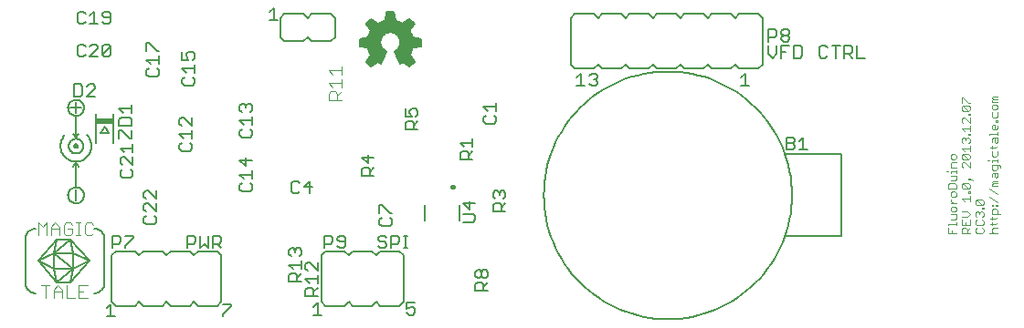
<source format=gto>
G75*
G70*
%OFA0B0*%
%FSLAX24Y24*%
%IPPOS*%
%LPD*%
%AMOC8*
5,1,8,0,0,1.08239X$1,22.5*
%
%ADD10C,0.0060*%
%ADD11C,0.0050*%
%ADD12C,0.0040*%
%ADD13C,0.0030*%
%ADD14C,0.0080*%
%ADD15C,0.0160*%
%ADD16R,0.0630X0.0197*%
D10*
X003935Y001559D02*
X003935Y003147D01*
X003934Y003147D02*
X003936Y003186D01*
X003942Y003224D01*
X003951Y003261D01*
X003964Y003298D01*
X003981Y003333D01*
X004000Y003366D01*
X004023Y003397D01*
X004049Y003426D01*
X004078Y003452D01*
X004109Y003475D01*
X004142Y003494D01*
X004177Y003511D01*
X004214Y003524D01*
X004251Y003533D01*
X004289Y003539D01*
X004328Y003541D01*
X005092Y003136D02*
X004994Y002644D01*
X005683Y002053D01*
X005092Y001561D01*
X004994Y002053D01*
X004994Y002644D01*
X005584Y003136D01*
X005683Y002644D01*
X005683Y002053D01*
X005584Y001561D01*
X005092Y001561D01*
X004403Y002348D01*
X004994Y002053D01*
X005683Y002053D01*
X006273Y002348D01*
X005683Y002644D01*
X004994Y002644D01*
X004403Y002348D01*
X005092Y003136D01*
X005584Y003136D01*
X006273Y002348D01*
X005584Y001561D01*
X006435Y001165D02*
X006474Y001167D01*
X006512Y001173D01*
X006549Y001182D01*
X006586Y001195D01*
X006621Y001212D01*
X006654Y001231D01*
X006685Y001254D01*
X006714Y001280D01*
X006740Y001309D01*
X006763Y001340D01*
X006782Y001373D01*
X006799Y001408D01*
X006812Y001445D01*
X006821Y001482D01*
X006827Y001520D01*
X006829Y001559D01*
X006829Y003147D01*
X006827Y003186D01*
X006821Y003224D01*
X006812Y003261D01*
X006799Y003298D01*
X006782Y003333D01*
X006763Y003366D01*
X006740Y003397D01*
X006714Y003426D01*
X006685Y003452D01*
X006654Y003475D01*
X006621Y003494D01*
X006586Y003511D01*
X006549Y003524D01*
X006512Y003533D01*
X006474Y003539D01*
X006435Y003541D01*
X007237Y002700D02*
X007937Y002700D01*
X008087Y002550D01*
X008237Y002700D01*
X008937Y002700D01*
X009087Y002550D01*
X009237Y002700D01*
X009937Y002700D01*
X010087Y002550D01*
X010237Y002700D01*
X010937Y002700D01*
X011087Y002550D01*
X011087Y000850D01*
X010937Y000700D01*
X010237Y000700D01*
X010087Y000850D01*
X009937Y000700D01*
X009237Y000700D01*
X009087Y000850D01*
X008937Y000700D01*
X008237Y000700D01*
X008087Y000850D01*
X007937Y000700D01*
X007237Y000700D01*
X007087Y000850D01*
X007087Y002550D01*
X007237Y002700D01*
X004328Y001165D02*
X004289Y001167D01*
X004251Y001173D01*
X004214Y001182D01*
X004177Y001195D01*
X004142Y001212D01*
X004109Y001231D01*
X004078Y001254D01*
X004049Y001280D01*
X004023Y001309D01*
X004000Y001340D01*
X003981Y001373D01*
X003964Y001408D01*
X003951Y001445D01*
X003942Y001482D01*
X003936Y001520D01*
X003934Y001559D01*
X014737Y000850D02*
X014887Y000700D01*
X015587Y000700D01*
X015737Y000850D01*
X015887Y000700D01*
X016587Y000700D01*
X016737Y000850D01*
X016887Y000700D01*
X017587Y000700D01*
X017737Y000850D01*
X017737Y002550D01*
X017587Y002700D01*
X016887Y002700D01*
X016737Y002550D01*
X016587Y002700D01*
X015887Y002700D01*
X015737Y002550D01*
X015587Y002700D01*
X014887Y002700D01*
X014737Y002550D01*
X014737Y000850D01*
X023837Y009530D02*
X023987Y009380D01*
X024687Y009380D01*
X024837Y009530D01*
X024987Y009380D01*
X025687Y009380D01*
X025837Y009530D01*
X025987Y009380D01*
X026687Y009380D01*
X026837Y009530D01*
X026987Y009380D01*
X027687Y009380D01*
X027837Y009530D01*
X027987Y009380D01*
X028687Y009380D01*
X028837Y009530D01*
X028987Y009380D01*
X029687Y009380D01*
X029837Y009530D01*
X029987Y009380D01*
X030687Y009380D01*
X030837Y009530D01*
X030837Y011230D01*
X030687Y011380D01*
X029987Y011380D01*
X029837Y011230D01*
X029687Y011380D01*
X028987Y011380D01*
X028837Y011230D01*
X028687Y011380D01*
X027987Y011380D01*
X027837Y011230D01*
X027687Y011380D01*
X026987Y011380D01*
X026837Y011230D01*
X026687Y011380D01*
X025987Y011380D01*
X025837Y011230D01*
X025687Y011380D01*
X024987Y011380D01*
X024837Y011230D01*
X024687Y011380D01*
X023987Y011380D01*
X023837Y011230D01*
X023837Y009530D01*
X018367Y010200D02*
X018067Y010150D01*
X018022Y010145D02*
X017582Y010145D01*
X017637Y010200D02*
X017437Y010000D01*
X017637Y009600D01*
X017737Y009650D01*
X017937Y009500D01*
X018087Y009650D01*
X017937Y009850D01*
X018037Y010200D01*
X018337Y010200D01*
X018337Y010450D01*
X018037Y010500D01*
X017937Y010750D01*
X018087Y011050D01*
X017937Y011150D01*
X017687Y011000D01*
X017387Y011100D01*
X017387Y011400D01*
X017137Y011400D01*
X017087Y011150D01*
X017137Y011150D01*
X016837Y011000D01*
X016537Y011150D01*
X016387Y011000D01*
X016587Y010800D01*
X016487Y010500D01*
X016187Y010450D01*
X016187Y010200D01*
X016187Y010250D01*
X016487Y010150D01*
X016587Y009900D01*
X016437Y009650D01*
X016587Y009500D01*
X016787Y009650D01*
X016887Y009600D01*
X017037Y010000D01*
X016937Y010100D01*
X016837Y010400D01*
X016987Y010650D01*
X016937Y010650D01*
X017237Y010750D01*
X017487Y010700D01*
X017637Y010450D01*
X017637Y010200D01*
X017637Y010204D02*
X018337Y010204D01*
X018367Y010200D02*
X018367Y010460D01*
X018067Y010520D01*
X018061Y010496D02*
X017610Y010496D01*
X017637Y010438D02*
X018337Y010438D01*
X018337Y010379D02*
X017637Y010379D01*
X017637Y010321D02*
X018337Y010321D01*
X018337Y010262D02*
X017637Y010262D01*
X018066Y010520D02*
X018051Y010572D01*
X018032Y010623D01*
X018010Y010673D01*
X017985Y010721D01*
X017956Y010768D01*
X017957Y010770D02*
X018137Y011030D01*
X017947Y011210D01*
X017687Y011030D01*
X017725Y011023D02*
X018074Y011023D01*
X018044Y010964D02*
X016423Y010964D01*
X016410Y011023D02*
X016792Y011023D01*
X016817Y011030D02*
X016557Y011210D01*
X016367Y011030D01*
X016547Y010770D01*
X016584Y010789D02*
X017957Y010789D01*
X017945Y010730D02*
X017337Y010730D01*
X017178Y010730D02*
X016564Y010730D01*
X016545Y010672D02*
X017002Y010672D01*
X016965Y010613D02*
X016525Y010613D01*
X016506Y010555D02*
X016930Y010555D01*
X016895Y010496D02*
X016464Y010496D01*
X016437Y010520D02*
X016137Y010460D01*
X016137Y010200D01*
X016437Y010150D01*
X016489Y010145D02*
X016922Y010145D01*
X016903Y010204D02*
X016327Y010204D01*
X016187Y010262D02*
X016883Y010262D01*
X016864Y010321D02*
X016187Y010321D01*
X016187Y010379D02*
X016844Y010379D01*
X016860Y010438D02*
X016187Y010438D01*
X015237Y010530D02*
X015237Y011230D01*
X015087Y011380D01*
X014387Y011380D01*
X014237Y011230D01*
X014087Y011380D01*
X013387Y011380D01*
X013237Y011230D01*
X013237Y010530D01*
X013387Y010380D01*
X014087Y010380D01*
X014237Y010530D01*
X014387Y010380D01*
X015087Y010380D01*
X015237Y010530D01*
X016482Y010906D02*
X018015Y010906D01*
X017986Y010847D02*
X016540Y010847D01*
X016883Y011023D02*
X017620Y011023D01*
X017444Y011081D02*
X017000Y011081D01*
X017067Y011130D02*
X017117Y011450D01*
X017387Y011450D01*
X017437Y011130D01*
X017387Y011140D02*
X017117Y011140D01*
X017097Y011198D02*
X017387Y011198D01*
X017387Y011257D02*
X017109Y011257D01*
X017120Y011315D02*
X017387Y011315D01*
X017387Y011374D02*
X017132Y011374D01*
X016675Y011081D02*
X016468Y011081D01*
X016527Y011140D02*
X016558Y011140D01*
X017823Y011081D02*
X018041Y011081D01*
X017953Y011140D02*
X017920Y011140D01*
X017969Y010672D02*
X017505Y010672D01*
X017540Y010613D02*
X017992Y010613D01*
X018016Y010555D02*
X017575Y010555D01*
X017417Y010020D02*
X017450Y010038D01*
X017480Y010059D01*
X017509Y010083D01*
X017535Y010110D01*
X017557Y010139D01*
X017577Y010171D01*
X017594Y010204D01*
X017607Y010239D01*
X017616Y010275D01*
X017622Y010312D01*
X017624Y010349D01*
X017622Y010386D01*
X017617Y010423D01*
X017607Y010459D01*
X017595Y010494D01*
X017578Y010528D01*
X017559Y010559D01*
X017536Y010589D01*
X017510Y010616D01*
X017482Y010640D01*
X017451Y010661D01*
X017419Y010679D01*
X017385Y010694D01*
X017349Y010705D01*
X017313Y010713D01*
X017276Y010717D01*
X017238Y010717D01*
X017201Y010713D01*
X017165Y010705D01*
X017129Y010694D01*
X017095Y010679D01*
X017063Y010661D01*
X017032Y010640D01*
X017004Y010616D01*
X016978Y010589D01*
X016955Y010559D01*
X016936Y010528D01*
X016919Y010494D01*
X016907Y010459D01*
X016897Y010423D01*
X016892Y010386D01*
X016890Y010349D01*
X016892Y010312D01*
X016898Y010275D01*
X016907Y010239D01*
X016920Y010204D01*
X016937Y010171D01*
X016957Y010139D01*
X016979Y010110D01*
X017005Y010083D01*
X017034Y010059D01*
X017064Y010038D01*
X017097Y010020D01*
X017097Y010010D02*
X016897Y009560D01*
X016797Y009620D01*
X016557Y009450D01*
X016377Y009640D01*
X016537Y009880D01*
X016559Y009853D02*
X016982Y009853D01*
X017004Y009911D02*
X016583Y009911D01*
X016560Y009970D02*
X017026Y009970D01*
X017009Y010028D02*
X016536Y010028D01*
X016513Y010087D02*
X016951Y010087D01*
X017417Y010010D02*
X017607Y009560D01*
X017707Y009620D01*
X017947Y009450D01*
X018137Y009640D01*
X017967Y009880D01*
X017955Y009911D02*
X017482Y009911D01*
X017511Y009853D02*
X017938Y009853D01*
X017979Y009794D02*
X017540Y009794D01*
X017570Y009736D02*
X018023Y009736D01*
X018067Y009677D02*
X017599Y009677D01*
X017628Y009619D02*
X017675Y009619D01*
X017779Y009619D02*
X018056Y009619D01*
X017997Y009560D02*
X017857Y009560D01*
X017935Y009502D02*
X017939Y009502D01*
X016938Y009736D02*
X016489Y009736D01*
X016524Y009794D02*
X016960Y009794D01*
X016916Y009677D02*
X016454Y009677D01*
X016469Y009619D02*
X016746Y009619D01*
X016668Y009560D02*
X016527Y009560D01*
X016586Y009502D02*
X016590Y009502D01*
X016850Y009619D02*
X016894Y009619D01*
X017453Y009970D02*
X017972Y009970D01*
X017988Y010028D02*
X017465Y010028D01*
X017524Y010087D02*
X018005Y010087D01*
X018068Y010147D02*
X018058Y010100D01*
X018045Y010054D01*
X018030Y010009D01*
X018012Y009964D01*
X017991Y009921D01*
X017968Y009880D01*
X016541Y009883D02*
X016513Y009933D01*
X016489Y009985D01*
X016468Y010038D01*
X016451Y010093D01*
X016438Y010149D01*
X016821Y011033D02*
X016866Y011058D01*
X016913Y011081D01*
X016961Y011100D01*
X017010Y011117D01*
X017060Y011130D01*
X016548Y010765D02*
X016521Y010718D01*
X016497Y010671D01*
X016476Y010622D01*
X016458Y010571D01*
X016444Y010520D01*
X017443Y011132D02*
X017495Y011118D01*
X017546Y011101D01*
X017596Y011081D01*
X017645Y011058D01*
X017692Y011031D01*
D11*
X013163Y011155D02*
X012862Y011155D01*
X013013Y011155D02*
X013013Y011605D01*
X012862Y011455D01*
X008737Y010015D02*
X008437Y010315D01*
X008362Y010315D01*
X008362Y010015D01*
X008737Y010015D02*
X008812Y010015D01*
X008812Y009854D02*
X008812Y009554D01*
X008812Y009704D02*
X008362Y009704D01*
X008512Y009554D01*
X008437Y009394D02*
X008362Y009319D01*
X008362Y009169D01*
X008437Y009094D01*
X008737Y009094D01*
X008812Y009169D01*
X008812Y009319D01*
X008737Y009394D01*
X009662Y009386D02*
X009812Y009235D01*
X009737Y009075D02*
X009662Y009000D01*
X009662Y008850D01*
X009737Y008775D01*
X010037Y008775D01*
X010112Y008850D01*
X010112Y009000D01*
X010037Y009075D01*
X010112Y009235D02*
X010112Y009536D01*
X010037Y009696D02*
X010112Y009771D01*
X010112Y009921D01*
X010037Y009996D01*
X009887Y009996D01*
X009812Y009921D01*
X009812Y009846D01*
X009887Y009696D01*
X009662Y009696D01*
X009662Y009996D01*
X009662Y009386D02*
X010112Y009386D01*
X007052Y009900D02*
X006977Y009825D01*
X006827Y009825D01*
X006752Y009900D01*
X007052Y010200D01*
X007052Y009900D01*
X006752Y009900D02*
X006752Y010200D01*
X006827Y010275D01*
X006977Y010275D01*
X007052Y010200D01*
X006592Y010200D02*
X006517Y010275D01*
X006367Y010275D01*
X006292Y010200D01*
X006132Y010200D02*
X006056Y010275D01*
X005906Y010275D01*
X005831Y010200D01*
X005831Y009900D01*
X005906Y009825D01*
X006056Y009825D01*
X006132Y009900D01*
X006292Y009825D02*
X006592Y010125D01*
X006592Y010200D01*
X006592Y009825D02*
X006292Y009825D01*
X006265Y008819D02*
X006190Y008744D01*
X006265Y008819D02*
X006415Y008819D01*
X006490Y008744D01*
X006490Y008669D01*
X006190Y008369D01*
X006490Y008369D01*
X006030Y008444D02*
X006030Y008744D01*
X005955Y008819D01*
X005729Y008819D01*
X005729Y008369D01*
X005955Y008369D01*
X006030Y008444D01*
X005787Y008150D02*
X005787Y007750D01*
X005787Y007650D02*
X005787Y006850D01*
X005687Y007000D01*
X005787Y006850D02*
X005887Y007000D01*
X006522Y006670D02*
X006522Y007730D01*
X007152Y007730D02*
X007152Y006670D01*
X007362Y006844D02*
X007362Y007144D01*
X007437Y007144D01*
X007737Y006844D01*
X007812Y006844D01*
X007812Y007144D01*
X007812Y007304D02*
X007362Y007304D01*
X007362Y007529D01*
X007437Y007604D01*
X007737Y007604D01*
X007812Y007529D01*
X007812Y007304D01*
X006995Y007036D02*
X006680Y007036D01*
X006837Y007272D01*
X006995Y007036D01*
X007862Y006615D02*
X007862Y006315D01*
X007862Y006465D02*
X007412Y006465D01*
X007562Y006315D01*
X007562Y006154D02*
X007487Y006154D01*
X007412Y006079D01*
X007412Y005929D01*
X007487Y005854D01*
X007562Y006154D02*
X007862Y005854D01*
X007862Y006154D01*
X007787Y005694D02*
X007862Y005619D01*
X007862Y005469D01*
X007787Y005394D01*
X007487Y005394D01*
X007412Y005469D01*
X007412Y005619D01*
X007487Y005694D01*
X005887Y005800D02*
X005787Y005950D01*
X005687Y005800D01*
X005787Y005950D02*
X005787Y005050D01*
X005787Y004950D02*
X005787Y004550D01*
X005495Y004750D02*
X005497Y004784D01*
X005503Y004817D01*
X005513Y004850D01*
X005526Y004881D01*
X005543Y004910D01*
X005563Y004938D01*
X005587Y004962D01*
X005613Y004984D01*
X005641Y005003D01*
X005671Y005018D01*
X005703Y005030D01*
X005736Y005038D01*
X005770Y005042D01*
X005804Y005042D01*
X005838Y005038D01*
X005871Y005030D01*
X005903Y005018D01*
X005933Y005003D01*
X005961Y004984D01*
X005987Y004962D01*
X006011Y004938D01*
X006031Y004910D01*
X006048Y004881D01*
X006061Y004850D01*
X006071Y004817D01*
X006077Y004784D01*
X006079Y004750D01*
X006077Y004716D01*
X006071Y004683D01*
X006061Y004650D01*
X006048Y004619D01*
X006031Y004590D01*
X006011Y004562D01*
X005987Y004538D01*
X005961Y004516D01*
X005933Y004497D01*
X005903Y004482D01*
X005871Y004470D01*
X005838Y004462D01*
X005804Y004458D01*
X005770Y004458D01*
X005736Y004462D01*
X005703Y004470D01*
X005671Y004482D01*
X005641Y004497D01*
X005613Y004516D01*
X005587Y004538D01*
X005563Y004562D01*
X005543Y004590D01*
X005526Y004619D01*
X005513Y004650D01*
X005503Y004683D01*
X005497Y004716D01*
X005495Y004750D01*
X005497Y004784D01*
X005503Y004817D01*
X005513Y004850D01*
X005526Y004881D01*
X005543Y004910D01*
X005563Y004938D01*
X005587Y004962D01*
X005613Y004984D01*
X005641Y005003D01*
X005671Y005018D01*
X005703Y005030D01*
X005736Y005038D01*
X005770Y005042D01*
X005804Y005042D01*
X005838Y005038D01*
X005871Y005030D01*
X005903Y005018D01*
X005933Y005003D01*
X005961Y004984D01*
X005987Y004962D01*
X006011Y004938D01*
X006031Y004910D01*
X006048Y004881D01*
X006061Y004850D01*
X006071Y004817D01*
X006077Y004784D01*
X006079Y004750D01*
X006077Y004716D01*
X006071Y004683D01*
X006061Y004650D01*
X006048Y004619D01*
X006031Y004590D01*
X006011Y004562D01*
X005987Y004538D01*
X005961Y004516D01*
X005933Y004497D01*
X005903Y004482D01*
X005871Y004470D01*
X005838Y004462D01*
X005804Y004458D01*
X005770Y004458D01*
X005736Y004462D01*
X005703Y004470D01*
X005671Y004482D01*
X005641Y004497D01*
X005613Y004516D01*
X005587Y004538D01*
X005563Y004562D01*
X005543Y004590D01*
X005526Y004619D01*
X005513Y004650D01*
X005503Y004683D01*
X005497Y004716D01*
X005495Y004750D01*
X008262Y004690D02*
X008337Y004615D01*
X008262Y004690D02*
X008262Y004840D01*
X008337Y004915D01*
X008412Y004915D01*
X008712Y004615D01*
X008712Y004915D01*
X008712Y004454D02*
X008712Y004154D01*
X008412Y004454D01*
X008337Y004454D01*
X008262Y004379D01*
X008262Y004229D01*
X008337Y004154D01*
X008337Y003994D02*
X008262Y003919D01*
X008262Y003769D01*
X008337Y003694D01*
X008637Y003694D01*
X008712Y003769D01*
X008712Y003919D01*
X008637Y003994D01*
X007873Y003275D02*
X007573Y003275D01*
X007413Y003200D02*
X007338Y003275D01*
X007112Y003275D01*
X007112Y002825D01*
X007573Y002825D02*
X007573Y002900D01*
X007873Y003200D01*
X007873Y003275D01*
X007413Y003200D02*
X007413Y003050D01*
X007338Y002975D01*
X007112Y002975D01*
X009862Y002975D02*
X010088Y002975D01*
X010163Y003050D01*
X010163Y003200D01*
X010088Y003275D01*
X009862Y003275D01*
X009862Y002825D01*
X010323Y002825D02*
X010473Y002975D01*
X010623Y002825D01*
X010623Y003275D01*
X010783Y003275D02*
X011008Y003275D01*
X011083Y003200D01*
X011083Y003050D01*
X011008Y002975D01*
X010783Y002975D01*
X010933Y002975D02*
X011083Y002825D01*
X010783Y002825D02*
X010783Y003275D01*
X010323Y003275D02*
X010323Y002825D01*
X013562Y002740D02*
X013562Y002590D01*
X013637Y002515D01*
X013787Y002665D02*
X013787Y002740D01*
X013862Y002815D01*
X013937Y002815D01*
X014012Y002740D01*
X014012Y002590D01*
X013937Y002515D01*
X014012Y002354D02*
X014012Y002054D01*
X014012Y002204D02*
X013562Y002204D01*
X013712Y002054D01*
X014162Y002071D02*
X014237Y001996D01*
X014162Y002071D02*
X014162Y002221D01*
X014237Y002296D01*
X014312Y002296D01*
X014612Y001996D01*
X014612Y002296D01*
X014612Y001836D02*
X014612Y001535D01*
X014612Y001375D02*
X014462Y001225D01*
X014462Y001300D02*
X014462Y001075D01*
X014612Y001075D02*
X014162Y001075D01*
X014162Y001300D01*
X014237Y001375D01*
X014387Y001375D01*
X014462Y001300D01*
X014312Y001535D02*
X014162Y001686D01*
X014612Y001686D01*
X014012Y001594D02*
X013562Y001594D01*
X013562Y001819D01*
X013637Y001894D01*
X013787Y001894D01*
X013862Y001819D01*
X013862Y001594D01*
X013862Y001744D02*
X014012Y001894D01*
X013787Y002740D02*
X013712Y002815D01*
X013637Y002815D01*
X013562Y002740D01*
X014862Y002825D02*
X014862Y003275D01*
X015088Y003275D01*
X015163Y003200D01*
X015163Y003050D01*
X015088Y002975D01*
X014862Y002975D01*
X015323Y002900D02*
X015398Y002825D01*
X015548Y002825D01*
X015623Y002900D01*
X015623Y003200D01*
X015548Y003275D01*
X015398Y003275D01*
X015323Y003200D01*
X015323Y003125D01*
X015398Y003050D01*
X015623Y003050D01*
X016812Y003125D02*
X016888Y003050D01*
X017038Y003050D01*
X017113Y002975D01*
X017113Y002900D01*
X017038Y002825D01*
X016888Y002825D01*
X016812Y002900D01*
X017273Y002825D02*
X017273Y003275D01*
X017498Y003275D01*
X017573Y003200D01*
X017573Y003050D01*
X017498Y002975D01*
X017273Y002975D01*
X017113Y003200D02*
X017038Y003275D01*
X016888Y003275D01*
X016812Y003200D01*
X016812Y003125D01*
X017733Y003275D02*
X017883Y003275D01*
X017808Y003275D02*
X017808Y002825D01*
X017733Y002825D02*
X017883Y002825D01*
X017237Y003625D02*
X016937Y003625D01*
X016862Y003700D01*
X016862Y003850D01*
X016937Y003925D01*
X017237Y003925D02*
X017312Y003850D01*
X017312Y003700D01*
X017237Y003625D01*
X017237Y004085D02*
X017312Y004085D01*
X017237Y004085D02*
X016937Y004386D01*
X016862Y004386D01*
X016862Y004085D01*
X014327Y004825D02*
X014327Y005275D01*
X014102Y005050D01*
X014402Y005050D01*
X013942Y004900D02*
X013867Y004825D01*
X013717Y004825D01*
X013642Y004900D01*
X013642Y005200D01*
X013717Y005275D01*
X013867Y005275D01*
X013942Y005200D01*
X012212Y005119D02*
X012212Y004969D01*
X012137Y004894D01*
X011837Y004894D01*
X011762Y004969D01*
X011762Y005119D01*
X011837Y005194D01*
X012137Y005194D02*
X012212Y005119D01*
X012212Y005354D02*
X012212Y005654D01*
X012212Y005504D02*
X011762Y005504D01*
X011912Y005354D01*
X011987Y005815D02*
X011987Y006115D01*
X011762Y006040D02*
X011987Y005815D01*
X012212Y006040D02*
X011762Y006040D01*
X010012Y006450D02*
X010012Y006600D01*
X009937Y006675D01*
X010012Y006835D02*
X010012Y007136D01*
X010012Y006986D02*
X009562Y006986D01*
X009712Y006835D01*
X009637Y006675D02*
X009562Y006600D01*
X009562Y006450D01*
X009637Y006375D01*
X009937Y006375D01*
X010012Y006450D01*
X011762Y006950D02*
X011837Y006875D01*
X012137Y006875D01*
X012212Y006950D01*
X012212Y007100D01*
X012137Y007175D01*
X012212Y007335D02*
X012212Y007636D01*
X012137Y007796D02*
X012212Y007871D01*
X012212Y008021D01*
X012137Y008096D01*
X012062Y008096D01*
X011987Y008021D01*
X011987Y007946D01*
X011987Y008021D02*
X011912Y008096D01*
X011837Y008096D01*
X011762Y008021D01*
X011762Y007871D01*
X011837Y007796D01*
X011762Y007486D02*
X012212Y007486D01*
X011912Y007335D02*
X011762Y007486D01*
X011837Y007175D02*
X011762Y007100D01*
X011762Y006950D01*
X010012Y007296D02*
X009712Y007596D01*
X009637Y007596D01*
X009562Y007521D01*
X009562Y007371D01*
X009637Y007296D01*
X010012Y007296D02*
X010012Y007596D01*
X007812Y007765D02*
X007812Y008065D01*
X007812Y007915D02*
X007362Y007915D01*
X007512Y007765D01*
X005987Y007950D02*
X005587Y007950D01*
X005495Y007950D02*
X005497Y007984D01*
X005503Y008017D01*
X005513Y008050D01*
X005526Y008081D01*
X005543Y008110D01*
X005563Y008138D01*
X005587Y008162D01*
X005613Y008184D01*
X005641Y008203D01*
X005671Y008218D01*
X005703Y008230D01*
X005736Y008238D01*
X005770Y008242D01*
X005804Y008242D01*
X005838Y008238D01*
X005871Y008230D01*
X005903Y008218D01*
X005933Y008203D01*
X005961Y008184D01*
X005987Y008162D01*
X006011Y008138D01*
X006031Y008110D01*
X006048Y008081D01*
X006061Y008050D01*
X006071Y008017D01*
X006077Y007984D01*
X006079Y007950D01*
X006077Y007916D01*
X006071Y007883D01*
X006061Y007850D01*
X006048Y007819D01*
X006031Y007790D01*
X006011Y007762D01*
X005987Y007738D01*
X005961Y007716D01*
X005933Y007697D01*
X005903Y007682D01*
X005871Y007670D01*
X005838Y007662D01*
X005804Y007658D01*
X005770Y007658D01*
X005736Y007662D01*
X005703Y007670D01*
X005671Y007682D01*
X005641Y007697D01*
X005613Y007716D01*
X005587Y007738D01*
X005563Y007762D01*
X005543Y007790D01*
X005526Y007819D01*
X005513Y007850D01*
X005503Y007883D01*
X005497Y007916D01*
X005495Y007950D01*
X005497Y007984D01*
X005503Y008017D01*
X005513Y008050D01*
X005526Y008081D01*
X005543Y008110D01*
X005563Y008138D01*
X005587Y008162D01*
X005613Y008184D01*
X005641Y008203D01*
X005671Y008218D01*
X005703Y008230D01*
X005736Y008238D01*
X005770Y008242D01*
X005804Y008242D01*
X005838Y008238D01*
X005871Y008230D01*
X005903Y008218D01*
X005933Y008203D01*
X005961Y008184D01*
X005987Y008162D01*
X006011Y008138D01*
X006031Y008110D01*
X006048Y008081D01*
X006061Y008050D01*
X006071Y008017D01*
X006077Y007984D01*
X006079Y007950D01*
X006077Y007916D01*
X006071Y007883D01*
X006061Y007850D01*
X006048Y007819D01*
X006031Y007790D01*
X006011Y007762D01*
X005987Y007738D01*
X005961Y007716D01*
X005933Y007697D01*
X005903Y007682D01*
X005871Y007670D01*
X005838Y007662D01*
X005804Y007658D01*
X005770Y007658D01*
X005736Y007662D01*
X005703Y007670D01*
X005671Y007682D01*
X005641Y007697D01*
X005613Y007716D01*
X005587Y007738D01*
X005563Y007762D01*
X005543Y007790D01*
X005526Y007819D01*
X005513Y007850D01*
X005503Y007883D01*
X005497Y007916D01*
X005495Y007950D01*
X005787Y006600D02*
X005837Y006550D01*
X005787Y006500D01*
X005737Y006550D01*
X005787Y006600D01*
X005787Y006500D01*
X005387Y006950D02*
X005355Y006916D01*
X005326Y006879D01*
X005301Y006840D01*
X005279Y006799D01*
X005260Y006756D01*
X005245Y006712D01*
X005233Y006666D01*
X005225Y006620D01*
X005221Y006573D01*
X005221Y006527D01*
X005225Y006480D01*
X005233Y006434D01*
X005245Y006388D01*
X005260Y006344D01*
X005279Y006301D01*
X005301Y006260D01*
X005326Y006221D01*
X005355Y006184D01*
X005387Y006150D01*
X005421Y006118D01*
X005458Y006089D01*
X005497Y006064D01*
X005538Y006042D01*
X005581Y006023D01*
X005625Y006008D01*
X005671Y005996D01*
X005717Y005988D01*
X005764Y005984D01*
X005810Y005984D01*
X005857Y005988D01*
X005903Y005996D01*
X005949Y006008D01*
X005993Y006023D01*
X006036Y006042D01*
X006077Y006064D01*
X006116Y006089D01*
X006153Y006118D01*
X006187Y006150D01*
X006219Y006184D01*
X006248Y006221D01*
X006273Y006260D01*
X006295Y006301D01*
X006314Y006344D01*
X006329Y006388D01*
X006341Y006434D01*
X006349Y006480D01*
X006353Y006527D01*
X006353Y006573D01*
X006349Y006620D01*
X006341Y006666D01*
X006329Y006712D01*
X006314Y006756D01*
X006295Y006799D01*
X006273Y006840D01*
X006248Y006879D01*
X006219Y006916D01*
X006187Y006950D01*
X006219Y006916D01*
X006248Y006879D01*
X006273Y006840D01*
X006295Y006799D01*
X006314Y006756D01*
X006329Y006712D01*
X006341Y006666D01*
X006349Y006620D01*
X006353Y006573D01*
X006353Y006527D01*
X006349Y006480D01*
X006341Y006434D01*
X006329Y006388D01*
X006314Y006344D01*
X006295Y006301D01*
X006273Y006260D01*
X006248Y006221D01*
X006219Y006184D01*
X006187Y006150D01*
X006153Y006118D01*
X006116Y006089D01*
X006077Y006064D01*
X006036Y006042D01*
X005993Y006023D01*
X005949Y006008D01*
X005903Y005996D01*
X005857Y005988D01*
X005810Y005984D01*
X005764Y005984D01*
X005717Y005988D01*
X005671Y005996D01*
X005625Y006008D01*
X005581Y006023D01*
X005538Y006042D01*
X005497Y006064D01*
X005458Y006089D01*
X005421Y006118D01*
X005387Y006150D01*
X005355Y006184D01*
X005326Y006221D01*
X005301Y006260D01*
X005279Y006301D01*
X005260Y006344D01*
X005245Y006388D01*
X005233Y006434D01*
X005225Y006480D01*
X005221Y006527D01*
X005221Y006573D01*
X005225Y006620D01*
X005233Y006666D01*
X005245Y006712D01*
X005260Y006756D01*
X005279Y006799D01*
X005301Y006840D01*
X005326Y006879D01*
X005355Y006916D01*
X005387Y006950D01*
X005716Y006550D02*
X005718Y006566D01*
X005724Y006582D01*
X005733Y006596D01*
X005745Y006607D01*
X005759Y006615D01*
X005775Y006620D01*
X005791Y006621D01*
X005807Y006618D01*
X005822Y006611D01*
X005836Y006602D01*
X005846Y006589D01*
X005854Y006574D01*
X005858Y006558D01*
X005858Y006542D01*
X005854Y006526D01*
X005846Y006511D01*
X005836Y006498D01*
X005823Y006489D01*
X005807Y006482D01*
X005791Y006479D01*
X005775Y006480D01*
X005759Y006485D01*
X005745Y006493D01*
X005733Y006504D01*
X005724Y006518D01*
X005718Y006534D01*
X005716Y006550D01*
X005518Y006550D02*
X005520Y006582D01*
X005526Y006614D01*
X005535Y006645D01*
X005549Y006675D01*
X005566Y006703D01*
X005586Y006728D01*
X005609Y006751D01*
X005634Y006771D01*
X005662Y006788D01*
X005692Y006802D01*
X005723Y006811D01*
X005755Y006817D01*
X005787Y006819D01*
X005819Y006817D01*
X005851Y006811D01*
X005882Y006802D01*
X005912Y006788D01*
X005940Y006771D01*
X005965Y006751D01*
X005988Y006728D01*
X006008Y006703D01*
X006025Y006675D01*
X006039Y006645D01*
X006048Y006614D01*
X006054Y006582D01*
X006056Y006550D01*
X006054Y006518D01*
X006048Y006486D01*
X006039Y006455D01*
X006025Y006425D01*
X006008Y006397D01*
X005988Y006372D01*
X005965Y006349D01*
X005940Y006329D01*
X005912Y006312D01*
X005882Y006298D01*
X005851Y006289D01*
X005819Y006283D01*
X005787Y006281D01*
X005755Y006283D01*
X005723Y006289D01*
X005692Y006298D01*
X005662Y006312D01*
X005634Y006329D01*
X005609Y006349D01*
X005586Y006372D01*
X005566Y006397D01*
X005549Y006425D01*
X005535Y006455D01*
X005526Y006486D01*
X005520Y006518D01*
X005518Y006550D01*
X005716Y006550D02*
X005718Y006566D01*
X005724Y006582D01*
X005733Y006596D01*
X005745Y006607D01*
X005759Y006615D01*
X005775Y006620D01*
X005791Y006621D01*
X005807Y006618D01*
X005822Y006611D01*
X005836Y006602D01*
X005846Y006589D01*
X005854Y006574D01*
X005858Y006558D01*
X005858Y006542D01*
X005854Y006526D01*
X005846Y006511D01*
X005836Y006498D01*
X005823Y006489D01*
X005807Y006482D01*
X005791Y006479D01*
X005775Y006480D01*
X005759Y006485D01*
X005745Y006493D01*
X005733Y006504D01*
X005724Y006518D01*
X005718Y006534D01*
X005716Y006550D01*
X005518Y006550D02*
X005520Y006582D01*
X005526Y006614D01*
X005535Y006645D01*
X005549Y006675D01*
X005566Y006703D01*
X005586Y006728D01*
X005609Y006751D01*
X005634Y006771D01*
X005662Y006788D01*
X005692Y006802D01*
X005723Y006811D01*
X005755Y006817D01*
X005787Y006819D01*
X005819Y006817D01*
X005851Y006811D01*
X005882Y006802D01*
X005912Y006788D01*
X005940Y006771D01*
X005965Y006751D01*
X005988Y006728D01*
X006008Y006703D01*
X006025Y006675D01*
X006039Y006645D01*
X006048Y006614D01*
X006054Y006582D01*
X006056Y006550D01*
X006054Y006518D01*
X006048Y006486D01*
X006039Y006455D01*
X006025Y006425D01*
X006008Y006397D01*
X005988Y006372D01*
X005965Y006349D01*
X005940Y006329D01*
X005912Y006312D01*
X005882Y006298D01*
X005851Y006289D01*
X005819Y006283D01*
X005787Y006281D01*
X005755Y006283D01*
X005723Y006289D01*
X005692Y006298D01*
X005662Y006312D01*
X005634Y006329D01*
X005609Y006349D01*
X005586Y006372D01*
X005566Y006397D01*
X005549Y006425D01*
X005535Y006455D01*
X005526Y006486D01*
X005520Y006518D01*
X005518Y006550D01*
X016212Y006140D02*
X016437Y005915D01*
X016437Y006215D01*
X016662Y006140D02*
X016212Y006140D01*
X016287Y005754D02*
X016437Y005754D01*
X016512Y005679D01*
X016512Y005454D01*
X016662Y005454D02*
X016212Y005454D01*
X016212Y005679D01*
X016287Y005754D01*
X016512Y005604D02*
X016662Y005754D01*
X019812Y006054D02*
X019812Y006279D01*
X019887Y006354D01*
X020037Y006354D01*
X020112Y006279D01*
X020112Y006054D01*
X020262Y006054D02*
X019812Y006054D01*
X020112Y006204D02*
X020262Y006354D01*
X020262Y006515D02*
X020262Y006815D01*
X020262Y006665D02*
X019812Y006665D01*
X019962Y006515D01*
X018262Y007154D02*
X017812Y007154D01*
X017812Y007379D01*
X017887Y007454D01*
X018037Y007454D01*
X018112Y007379D01*
X018112Y007154D01*
X018112Y007304D02*
X018262Y007454D01*
X018187Y007615D02*
X018262Y007690D01*
X018262Y007840D01*
X018187Y007915D01*
X018037Y007915D01*
X017962Y007840D01*
X017962Y007765D01*
X018037Y007615D01*
X017812Y007615D01*
X017812Y007915D01*
X020662Y007986D02*
X021112Y007986D01*
X021112Y008136D02*
X021112Y007835D01*
X021037Y007675D02*
X021112Y007600D01*
X021112Y007450D01*
X021037Y007375D01*
X020737Y007375D01*
X020662Y007450D01*
X020662Y007600D01*
X020737Y007675D01*
X020812Y007835D02*
X020662Y007986D01*
X024062Y008755D02*
X024363Y008755D01*
X024213Y008755D02*
X024213Y009205D01*
X024062Y009055D01*
X024523Y009130D02*
X024598Y009205D01*
X024748Y009205D01*
X024823Y009130D01*
X024823Y009055D01*
X024748Y008980D01*
X024823Y008905D01*
X024823Y008830D01*
X024748Y008755D01*
X024598Y008755D01*
X024523Y008830D01*
X024673Y008980D02*
X024748Y008980D01*
X030062Y009055D02*
X030213Y009205D01*
X030213Y008755D01*
X030363Y008755D02*
X030062Y008755D01*
X031213Y009775D02*
X031363Y009925D01*
X031363Y010225D01*
X031523Y010225D02*
X031823Y010225D01*
X031983Y010225D02*
X032208Y010225D01*
X032283Y010150D01*
X032283Y009850D01*
X032208Y009775D01*
X031983Y009775D01*
X031983Y010225D01*
X031673Y010000D02*
X031523Y010000D01*
X031523Y009775D02*
X031523Y010225D01*
X031062Y010225D02*
X031062Y009925D01*
X031213Y009775D01*
X032904Y009850D02*
X032979Y009775D01*
X033129Y009775D01*
X033204Y009850D01*
X032904Y009850D02*
X032904Y010150D01*
X032979Y010225D01*
X033129Y010225D01*
X033204Y010150D01*
X033364Y010225D02*
X033665Y010225D01*
X033515Y010225D02*
X033515Y009775D01*
X033825Y009775D02*
X033825Y010225D01*
X034050Y010225D01*
X034125Y010150D01*
X034125Y010000D01*
X034050Y009925D01*
X033825Y009925D01*
X033975Y009925D02*
X034125Y009775D01*
X034285Y009775D02*
X034585Y009775D01*
X034285Y009775D02*
X034285Y010225D01*
X031823Y010450D02*
X031748Y010375D01*
X031598Y010375D01*
X031523Y010450D01*
X031523Y010525D01*
X031598Y010600D01*
X031748Y010600D01*
X031823Y010525D01*
X031823Y010450D01*
X031363Y010600D02*
X031288Y010525D01*
X031062Y010525D01*
X031062Y010375D02*
X031062Y010825D01*
X031288Y010825D01*
X031363Y010750D01*
X031363Y010600D01*
X031523Y010675D02*
X031523Y010750D01*
X031598Y010825D01*
X031748Y010825D01*
X031823Y010750D01*
X031823Y010675D01*
X031748Y010600D01*
X031598Y010600D02*
X031523Y010675D01*
X031719Y006875D02*
X031944Y006875D01*
X032019Y006800D01*
X032019Y006725D01*
X031944Y006650D01*
X031719Y006650D01*
X031719Y006425D02*
X031944Y006425D01*
X032019Y006500D01*
X032019Y006575D01*
X031944Y006650D01*
X032180Y006725D02*
X032330Y006875D01*
X032330Y006425D01*
X032180Y006425D02*
X032480Y006425D01*
X031719Y006425D02*
X031719Y006875D01*
X021462Y004840D02*
X021462Y004690D01*
X021387Y004615D01*
X021462Y004454D02*
X021312Y004304D01*
X021312Y004379D02*
X021312Y004154D01*
X021462Y004154D02*
X021012Y004154D01*
X021012Y004379D01*
X021087Y004454D01*
X021237Y004454D01*
X021312Y004379D01*
X021087Y004615D02*
X021012Y004690D01*
X021012Y004840D01*
X021087Y004915D01*
X021162Y004915D01*
X021237Y004840D01*
X021312Y004915D01*
X021387Y004915D01*
X021462Y004840D01*
X021237Y004840D02*
X021237Y004765D01*
X020362Y004461D02*
X019912Y004461D01*
X020137Y004235D01*
X020137Y004536D01*
X020287Y004075D02*
X019912Y004075D01*
X020287Y004075D02*
X020362Y004000D01*
X020362Y003850D01*
X020287Y003775D01*
X019912Y003775D01*
X020437Y002015D02*
X020362Y001940D01*
X020362Y001790D01*
X020437Y001715D01*
X020512Y001715D01*
X020587Y001790D01*
X020587Y001940D01*
X020662Y002015D01*
X020737Y002015D01*
X020812Y001940D01*
X020812Y001790D01*
X020737Y001715D01*
X020662Y001715D01*
X020587Y001790D01*
X020587Y001940D02*
X020512Y002015D01*
X020437Y002015D01*
X020437Y001554D02*
X020587Y001554D01*
X020662Y001479D01*
X020662Y001254D01*
X020662Y001404D02*
X020812Y001554D01*
X020437Y001554D02*
X020362Y001479D01*
X020362Y001254D01*
X020812Y001254D01*
X018163Y000825D02*
X017862Y000825D01*
X017862Y000600D01*
X018013Y000675D01*
X018088Y000675D01*
X018163Y000600D01*
X018163Y000450D01*
X018088Y000375D01*
X017938Y000375D01*
X017862Y000450D01*
X014763Y000375D02*
X014462Y000375D01*
X014613Y000375D02*
X014613Y000825D01*
X014462Y000675D01*
X011452Y000700D02*
X011152Y000400D01*
X011152Y000325D01*
X011452Y000700D02*
X011452Y000775D01*
X011152Y000775D01*
X007213Y000325D02*
X006912Y000325D01*
X007063Y000325D02*
X007063Y000775D01*
X006912Y000625D01*
X006977Y011025D02*
X007052Y011100D01*
X007052Y011400D01*
X006977Y011475D01*
X006827Y011475D01*
X006752Y011400D01*
X006752Y011325D01*
X006827Y011250D01*
X007052Y011250D01*
X006827Y011025D02*
X006752Y011100D01*
X006827Y011025D02*
X006977Y011025D01*
X006592Y011025D02*
X006292Y011025D01*
X006442Y011025D02*
X006442Y011475D01*
X006292Y011325D01*
X006132Y011400D02*
X006056Y011475D01*
X005906Y011475D01*
X005831Y011400D01*
X005831Y011100D01*
X005906Y011025D01*
X006056Y011025D01*
X006132Y011100D01*
D12*
X004667Y001451D02*
X004667Y000990D01*
X004974Y000990D02*
X004974Y001297D01*
X005128Y001451D01*
X005281Y001297D01*
X005281Y000990D01*
X005435Y000990D02*
X005741Y000990D01*
X005895Y000990D02*
X006202Y000990D01*
X005895Y000990D02*
X005895Y001451D01*
X006202Y001451D01*
X006048Y001221D02*
X005895Y001221D01*
X005281Y001221D02*
X004974Y001221D01*
X004821Y001451D02*
X004514Y001451D01*
X005435Y001451D02*
X005435Y000990D01*
X005411Y003290D02*
X005565Y003290D01*
X005641Y003367D01*
X005641Y003521D01*
X005488Y003521D01*
X005335Y003674D02*
X005335Y003367D01*
X005411Y003290D01*
X005181Y003290D02*
X005181Y003597D01*
X005028Y003751D01*
X004874Y003597D01*
X004874Y003290D01*
X004721Y003290D02*
X004721Y003751D01*
X004567Y003597D01*
X004414Y003751D01*
X004414Y003290D01*
X004874Y003521D02*
X005181Y003521D01*
X005335Y003674D02*
X005411Y003751D01*
X005565Y003751D01*
X005641Y003674D01*
X005795Y003751D02*
X005948Y003751D01*
X005872Y003751D02*
X005872Y003290D01*
X005948Y003290D02*
X005795Y003290D01*
X006102Y003367D02*
X006179Y003290D01*
X006332Y003290D01*
X006409Y003367D01*
X006102Y003367D02*
X006102Y003674D01*
X006179Y003751D01*
X006332Y003751D01*
X006409Y003674D01*
X015007Y008239D02*
X015007Y008469D01*
X015084Y008546D01*
X015237Y008546D01*
X015314Y008469D01*
X015314Y008239D01*
X015314Y008392D02*
X015467Y008546D01*
X015467Y008699D02*
X015467Y009006D01*
X015467Y008853D02*
X015007Y008853D01*
X015161Y008699D01*
X015161Y009160D02*
X015007Y009313D01*
X015467Y009313D01*
X015467Y009160D02*
X015467Y009467D01*
X015467Y008239D02*
X015007Y008239D01*
D13*
X037562Y005624D02*
X037610Y005624D01*
X037707Y005624D02*
X037900Y005624D01*
X037900Y005672D02*
X037900Y005575D01*
X037900Y005474D02*
X037707Y005474D01*
X037707Y005575D02*
X037707Y005624D01*
X037707Y005772D02*
X037707Y005917D01*
X037755Y005965D01*
X037900Y005965D01*
X037852Y006066D02*
X037900Y006115D01*
X037900Y006211D01*
X037852Y006260D01*
X037755Y006260D01*
X037707Y006211D01*
X037707Y006115D01*
X037755Y006066D01*
X037852Y006066D01*
X038110Y006115D02*
X038110Y006211D01*
X038159Y006260D01*
X038352Y006066D01*
X038400Y006115D01*
X038400Y006211D01*
X038352Y006260D01*
X038159Y006260D01*
X038207Y006361D02*
X038110Y006458D01*
X038400Y006458D01*
X038400Y006361D02*
X038400Y006555D01*
X038352Y006656D02*
X038400Y006704D01*
X038400Y006801D01*
X038352Y006849D01*
X038304Y006849D01*
X038255Y006801D01*
X038255Y006752D01*
X038255Y006801D02*
X038207Y006849D01*
X038159Y006849D01*
X038110Y006801D01*
X038110Y006704D01*
X038159Y006656D01*
X039159Y006508D02*
X039352Y006508D01*
X039400Y006556D01*
X039352Y006656D02*
X039304Y006704D01*
X039304Y006849D01*
X039255Y006849D02*
X039400Y006849D01*
X039400Y006704D01*
X039352Y006656D01*
X039207Y006704D02*
X039207Y006801D01*
X039255Y006849D01*
X039110Y006950D02*
X039110Y006999D01*
X039400Y006999D01*
X039400Y007047D02*
X039400Y006950D01*
X039352Y007147D02*
X039255Y007147D01*
X039207Y007195D01*
X039207Y007292D01*
X039255Y007340D01*
X039304Y007340D01*
X039304Y007147D01*
X039352Y007147D02*
X039400Y007195D01*
X039400Y007292D01*
X039400Y007441D02*
X039400Y007490D01*
X039352Y007490D01*
X039352Y007441D01*
X039400Y007441D01*
X039352Y007589D02*
X039400Y007637D01*
X039400Y007782D01*
X039352Y007883D02*
X039400Y007932D01*
X039400Y008029D01*
X039352Y008077D01*
X039255Y008077D01*
X039207Y008029D01*
X039207Y007932D01*
X039255Y007883D01*
X039352Y007883D01*
X039207Y007782D02*
X039207Y007637D01*
X039255Y007589D01*
X039352Y007589D01*
X038400Y007586D02*
X038400Y007392D01*
X038207Y007586D01*
X038159Y007586D01*
X038110Y007537D01*
X038110Y007441D01*
X038159Y007392D01*
X038400Y007291D02*
X038400Y007098D01*
X038400Y007194D02*
X038110Y007194D01*
X038207Y007098D01*
X038352Y006999D02*
X038400Y006999D01*
X038400Y006950D01*
X038352Y006950D01*
X038352Y006999D01*
X039207Y006556D02*
X039207Y006459D01*
X039207Y006358D02*
X039207Y006213D01*
X039255Y006165D01*
X039352Y006165D01*
X039400Y006213D01*
X039400Y006358D01*
X039400Y006065D02*
X039400Y005968D01*
X039400Y006017D02*
X039207Y006017D01*
X039207Y005968D01*
X039207Y005867D02*
X039207Y005722D01*
X039255Y005673D01*
X039352Y005673D01*
X039400Y005722D01*
X039400Y005867D01*
X039449Y005867D02*
X039207Y005867D01*
X039110Y006017D02*
X039062Y006017D01*
X039449Y005867D02*
X039497Y005819D01*
X039497Y005770D01*
X039400Y005572D02*
X039400Y005427D01*
X039352Y005379D01*
X039304Y005427D01*
X039304Y005572D01*
X039255Y005572D02*
X039400Y005572D01*
X039255Y005572D02*
X039207Y005524D01*
X039207Y005427D01*
X039255Y005278D02*
X039400Y005278D01*
X039400Y005181D02*
X039255Y005181D01*
X039207Y005229D01*
X039255Y005278D01*
X039255Y005181D02*
X039207Y005133D01*
X039207Y005084D01*
X039400Y005084D01*
X039400Y004790D02*
X039110Y004983D01*
X038400Y005034D02*
X038352Y004986D01*
X038159Y005179D01*
X038352Y005179D01*
X038400Y005131D01*
X038400Y005034D01*
X038352Y004986D02*
X038159Y004986D01*
X038110Y005034D01*
X038110Y005131D01*
X038159Y005179D01*
X038352Y005329D02*
X038400Y005329D01*
X038400Y005377D01*
X038352Y005377D01*
X038352Y005329D01*
X038400Y005377D02*
X038497Y005281D01*
X037900Y005329D02*
X037900Y005474D01*
X037900Y005329D02*
X037852Y005281D01*
X037707Y005281D01*
X037659Y005179D02*
X037610Y005131D01*
X037610Y004986D01*
X037900Y004986D01*
X037900Y005131D01*
X037852Y005179D01*
X037659Y005179D01*
X037755Y004885D02*
X037707Y004836D01*
X037707Y004740D01*
X037755Y004691D01*
X037852Y004691D01*
X037900Y004740D01*
X037900Y004836D01*
X037852Y004885D01*
X037755Y004885D01*
X038352Y004887D02*
X038352Y004839D01*
X038400Y004839D01*
X038400Y004887D01*
X038352Y004887D01*
X038400Y004737D02*
X038400Y004544D01*
X038400Y004641D02*
X038110Y004641D01*
X038207Y004544D01*
X037900Y004446D02*
X037707Y004446D01*
X037804Y004446D02*
X037707Y004543D01*
X037707Y004591D01*
X037755Y004345D02*
X037707Y004296D01*
X037707Y004200D01*
X037755Y004151D01*
X037852Y004151D01*
X037900Y004200D01*
X037900Y004296D01*
X037852Y004345D01*
X037755Y004345D01*
X037707Y004050D02*
X037900Y004050D01*
X037900Y003905D01*
X037852Y003856D01*
X037707Y003856D01*
X037610Y003708D02*
X037900Y003708D01*
X037900Y003660D02*
X037900Y003757D01*
X038110Y003854D02*
X038110Y003660D01*
X038400Y003660D01*
X038400Y003854D01*
X038304Y003955D02*
X038400Y004051D01*
X038304Y004148D01*
X038110Y004148D01*
X038110Y003955D02*
X038304Y003955D01*
X038610Y004003D02*
X038610Y004100D01*
X038659Y004148D01*
X038707Y004148D01*
X038755Y004100D01*
X038804Y004148D01*
X038852Y004148D01*
X038900Y004100D01*
X038900Y004003D01*
X038852Y003955D01*
X038852Y003854D02*
X038900Y003805D01*
X038900Y003708D01*
X038852Y003660D01*
X038659Y003660D01*
X038610Y003708D01*
X038610Y003805D01*
X038659Y003854D01*
X038659Y003955D02*
X038610Y004003D01*
X038755Y004051D02*
X038755Y004100D01*
X038852Y004249D02*
X038852Y004298D01*
X038900Y004298D01*
X038900Y004249D01*
X038852Y004249D01*
X038852Y004397D02*
X038659Y004397D01*
X038610Y004445D01*
X038610Y004542D01*
X038659Y004590D01*
X038852Y004397D01*
X038900Y004445D01*
X038900Y004542D01*
X038852Y004590D01*
X038659Y004590D01*
X039110Y004688D02*
X039400Y004495D01*
X039400Y004396D02*
X039400Y004348D01*
X039352Y004348D01*
X039352Y004396D01*
X039400Y004396D01*
X039255Y004396D02*
X039255Y004348D01*
X039207Y004348D01*
X039207Y004396D01*
X039255Y004396D01*
X039255Y004246D02*
X039352Y004246D01*
X039400Y004198D01*
X039400Y004053D01*
X039497Y004053D02*
X039207Y004053D01*
X039207Y004198D01*
X039255Y004246D01*
X039207Y003953D02*
X039207Y003856D01*
X039159Y003905D02*
X039352Y003905D01*
X039400Y003953D01*
X039400Y003757D02*
X039352Y003708D01*
X039159Y003708D01*
X039207Y003660D02*
X039207Y003757D01*
X039255Y003559D02*
X039400Y003559D01*
X039255Y003559D02*
X039207Y003511D01*
X039207Y003414D01*
X039255Y003365D01*
X039110Y003365D02*
X039400Y003365D01*
X038900Y003414D02*
X038900Y003511D01*
X038852Y003559D01*
X038900Y003414D02*
X038852Y003365D01*
X038659Y003365D01*
X038610Y003414D01*
X038610Y003511D01*
X038659Y003559D01*
X038400Y003559D02*
X038304Y003462D01*
X038304Y003511D02*
X038304Y003365D01*
X038400Y003365D02*
X038110Y003365D01*
X038110Y003511D01*
X038159Y003559D01*
X038255Y003559D01*
X038304Y003511D01*
X038255Y003660D02*
X038255Y003757D01*
X037610Y003708D02*
X037610Y003660D01*
X037610Y003559D02*
X037610Y003365D01*
X037900Y003365D01*
X037755Y003365D02*
X037755Y003462D01*
X037707Y005772D02*
X037900Y005772D01*
X038110Y005820D02*
X038110Y005917D01*
X038159Y005965D01*
X038207Y005965D01*
X038400Y005772D01*
X038400Y005965D01*
X038352Y006066D02*
X038159Y006066D01*
X038110Y006115D01*
X038110Y005820D02*
X038159Y005772D01*
X038352Y007687D02*
X038352Y007735D01*
X038400Y007735D01*
X038400Y007687D01*
X038352Y007687D01*
X038352Y007834D02*
X038159Y008028D01*
X038352Y008028D01*
X038400Y007979D01*
X038400Y007883D01*
X038352Y007834D01*
X038159Y007834D01*
X038110Y007883D01*
X038110Y007979D01*
X038159Y008028D01*
X038110Y008129D02*
X038110Y008322D01*
X038159Y008322D01*
X038352Y008129D01*
X038400Y008129D01*
X039207Y008178D02*
X039207Y008226D01*
X039255Y008275D01*
X039207Y008323D01*
X039255Y008372D01*
X039400Y008372D01*
X039400Y008275D02*
X039255Y008275D01*
X039207Y008178D02*
X039400Y008178D01*
D14*
X033710Y006246D02*
X033710Y003254D01*
X031655Y003254D01*
X022859Y004750D02*
X022864Y004972D01*
X022881Y005194D01*
X022908Y005414D01*
X022946Y005633D01*
X022995Y005850D01*
X023054Y006064D01*
X023124Y006275D01*
X023204Y006483D01*
X023294Y006686D01*
X023394Y006884D01*
X023503Y007078D01*
X023622Y007266D01*
X023750Y007447D01*
X023887Y007623D01*
X024032Y007791D01*
X024185Y007952D01*
X024346Y008105D01*
X024514Y008250D01*
X024690Y008387D01*
X024871Y008515D01*
X025059Y008634D01*
X025253Y008743D01*
X025451Y008843D01*
X025654Y008933D01*
X025862Y009013D01*
X026073Y009083D01*
X026287Y009142D01*
X026504Y009191D01*
X026723Y009229D01*
X026943Y009256D01*
X027165Y009273D01*
X027387Y009278D01*
X027609Y009273D01*
X027831Y009256D01*
X028051Y009229D01*
X028270Y009191D01*
X028487Y009142D01*
X028701Y009083D01*
X028912Y009013D01*
X029120Y008933D01*
X029323Y008843D01*
X029521Y008743D01*
X029715Y008634D01*
X029903Y008515D01*
X030084Y008387D01*
X030260Y008250D01*
X030428Y008105D01*
X030589Y007952D01*
X030742Y007791D01*
X030887Y007623D01*
X031024Y007447D01*
X031152Y007266D01*
X031271Y007078D01*
X031380Y006884D01*
X031480Y006686D01*
X031570Y006483D01*
X031650Y006275D01*
X031720Y006064D01*
X031779Y005850D01*
X031828Y005633D01*
X031866Y005414D01*
X031893Y005194D01*
X031910Y004972D01*
X031915Y004750D01*
X031910Y004528D01*
X031893Y004306D01*
X031866Y004086D01*
X031828Y003867D01*
X031779Y003650D01*
X031720Y003436D01*
X031650Y003225D01*
X031570Y003017D01*
X031480Y002814D01*
X031380Y002616D01*
X031271Y002422D01*
X031152Y002234D01*
X031024Y002053D01*
X030887Y001877D01*
X030742Y001709D01*
X030589Y001548D01*
X030428Y001395D01*
X030260Y001250D01*
X030084Y001113D01*
X029903Y000985D01*
X029715Y000866D01*
X029521Y000757D01*
X029323Y000657D01*
X029120Y000567D01*
X028912Y000487D01*
X028701Y000417D01*
X028487Y000358D01*
X028270Y000309D01*
X028051Y000271D01*
X027831Y000244D01*
X027609Y000227D01*
X027387Y000222D01*
X027165Y000227D01*
X026943Y000244D01*
X026723Y000271D01*
X026504Y000309D01*
X026287Y000358D01*
X026073Y000417D01*
X025862Y000487D01*
X025654Y000567D01*
X025451Y000657D01*
X025253Y000757D01*
X025059Y000866D01*
X024871Y000985D01*
X024690Y001113D01*
X024514Y001250D01*
X024346Y001395D01*
X024185Y001548D01*
X024032Y001709D01*
X023887Y001877D01*
X023750Y002053D01*
X023622Y002234D01*
X023503Y002422D01*
X023394Y002616D01*
X023294Y002814D01*
X023204Y003017D01*
X023124Y003225D01*
X023054Y003436D01*
X022995Y003650D01*
X022946Y003867D01*
X022908Y004086D01*
X022881Y004306D01*
X022864Y004528D01*
X022859Y004750D01*
X019777Y004379D02*
X019777Y003821D01*
X018497Y003821D02*
X018497Y004379D01*
X031655Y006246D02*
X033710Y006246D01*
D15*
X019527Y005060D02*
X019529Y005065D01*
X019533Y005069D01*
X019538Y005070D01*
X019544Y005068D01*
X019547Y005063D01*
X019547Y005057D01*
X019544Y005052D01*
X019538Y005050D01*
X019533Y005051D01*
X019529Y005055D01*
X019527Y005060D01*
D16*
X006837Y007467D03*
M02*

</source>
